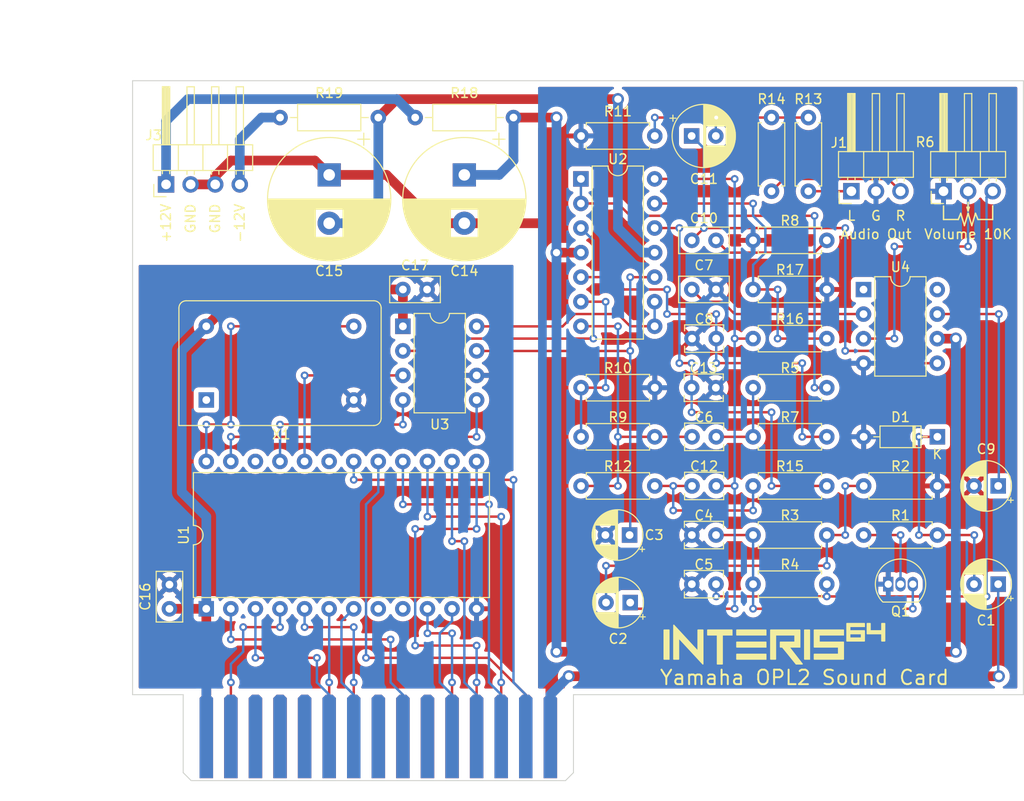
<source format=kicad_pcb>
(kicad_pcb (version 20221018) (generator pcbnew)
  (title_block (comment 4 "PCBWay Project ID: 31926263-18fa-42f9-b75c-d08b5f8aa7f8"))
  (layers (0 "F.Cu" signal) (31 "B.Cu" signal) (34 "B.Paste" user) (35 "F.Paste" user) (36 "B.SilkS" user "B.Silkscreen") (37 "F.SilkS" user "F.Silkscreen") (38 "B.Mask" user) (39 "F.Mask" user) (44 "Edge.Cuts" user))
  (net 0 "")
  (net 1 "+5V")
  (net 2 "Net-(D1-K)")
  (net 3 "Net-(U2C-+)")
  (net 4 "Net-(Q1-C)")
  (net 5 "Net-(U4--)")
  (net 6 "Net-(U2B-+)")
  (net 7 "Net-(C5-Pad1)")
  (net 8 "Net-(U4-BYPASS)")
  (net 9 "Net-(U2D-+)")
  (net 10 "A0")
  (net 11 "GND")
  (net 12 "~{RD}")
  (net 13 "~{WR}")
  (net 14 "D0")
  (net 15 "D2")
  (net 16 "D4")
  (net 17 "D6")
  (net 18 "~{RESET}")
  (net 19 "~{SLOT}")
  (net 20 "~{IRQ}")
  (net 21 "D1")
  (net 22 "D3")
  (net 23 "D5")
  (net 24 "D7")
  (net 25 "Net-(J1-Pin_1)")
  (net 26 "Net-(J1-Pin_3)")
  (net 27 "Net-(Q1-B)")
  (net 28 "Net-(U2A--)")
  (net 29 "Net-(U4-+)")
  (net 30 "Net-(U2B--)")
  (net 31 "Net-(U2D--)")
  (net 34 "+12VA")
  (net 36 "Net-(U1-SH)")
  (net 37 "Net-(C6-Pad2)")
  (net 38 "Net-(U1-MO)")
  (net 40 "Net-(U1-øSY)")
  (net 41 "Net-(U1-øM)")
  (net 42 "PRE_AMP")
  (net 43 "Net-(C2-Pad2)")
  (net 44 "Net-(U2A-+)")
  (net 45 "Net-(C6-Pad1)")
  (net 46 "Net-(U2C--)")
  (net 48 "Net-(C10-Pad1)")
  (net 49 "Net-(C10-Pad2)")
  (net 50 "Net-(C11-Pad2)")
  (net 51 "Net-(C12-Pad1)")
  (net 54 "/-12V")
  (net 55 "/+12V_IN")
  (net 56 "/-12V_IN")
  (net 57 "GNDA")
  (net 58 "+5VA")
  (footprint "Connector_PinHeader_2.54mm:PinHeader_1x03_P2.54mm_Horizontal" (layer "F.Cu") (at 149.86 83.82 90)
    (fp_text reference "J1")
    (fp_text value "Conn_01x03")
  )
  (footprint "Resistor_THT:R_Axial_DIN0207_L6.3mm_D2.5mm_P7.62mm_Horizontal" (layer "F.Cu") (at 147.32 88.9 180)
    (fp_text reference "R8")
    (fp_text value "10Ω")
  )
  (footprint "Connector_PCBEdge:BUS_Interis" (layer "F.Cu") (at 100.965 135.89)
    (fp_text reference "J2" hide)
    (fp_text value "Edge Connector")
    (fp_line (start -20.1676 0) (end -25.4 0) (stroke (width 0.1)) (layer "Edge.Cuts"))
    (fp_line (start -20.1676 8.0645) (end -20.1676 0) (stroke (width 0.1)) (layer "Edge.Cuts"))
    (fp_line (start -20.1676 8.0645) (end -19.3421 8.89) (stroke (width 0.1)) (layer "Edge.Cuts"))
    (fp_line (start -19.3421 8.89) (end 19.3421 8.89) (stroke (width 0.1)) (layer "Edge.Cuts"))
    (fp_line (start 20.1676 0) (end 20.32 0) (stroke (width 0.1)) (layer "Edge.Cuts"))
    (fp_line (start 20.1676 8.0645) (end 19.3421 8.89) (stroke (width 0.1)) (layer "Edge.Cuts"))
    (fp_line (start 20.1676 8.0645) (end 20.1676 0) (stroke (width 0.1)) (layer "Edge.Cuts"))
  )
  (footprint "Resistor_THT:R_Axial_DIN0207_L6.3mm_D2.5mm_P7.62mm_Horizontal" (layer "F.Cu") (at 141.605 83.82 90)
    (fp_text reference "R14")
    (fp_text value "10Ω")
  )
  (footprint "Capacitor_THT:C_Disc_D3.8mm_W2.6mm_P2.50mm" (layer "F.Cu") (at 133.39 114.3)
    (fp_text reference "C12")
    (fp_text value "4700pF")
  )
  (footprint "Resistor_THT:R_Axial_DIN0207_L6.3mm_D2.5mm_P7.62mm_Horizontal" (layer "F.Cu") (at 121.92 114.3)
    (fp_text reference "R12")
    (fp_text value "2k2")
  )
  (footprint "Package_TO_SOT_THT:TO-92_Inline" (layer "F.Cu") (at 153.67 124.46)
    (fp_text reference "Q1")
    (fp_text value "2N3904")
  )
  (footprint "Capacitor_THT:C_Disc_D3.8mm_W2.6mm_P2.50mm" (layer "F.Cu") (at 135.89 109.22 180)
    (fp_text reference "C6")
    (fp_text value "4700pF")
  )
  (footprint "Diode_THT:D_DO-35_SOD27_P7.62mm_Horizontal" (layer "F.Cu") (at 158.75 109.22 180)
    (fp_text reference "D1")
    (fp_text value "1N4148")
  )
  (footprint "Resistor_THT:R_Axial_DIN0207_L6.3mm_D2.5mm_P7.62mm_Horizontal" (layer "F.Cu") (at 145.415 83.82 90)
    (fp_text reference "R13")
    (fp_text value "10Ω")
  )
  (footprint "Resistor_THT:R_Axial_DIN0207_L6.3mm_D2.5mm_P7.62mm_Horizontal" (layer "F.Cu") (at 139.7 114.3)
    (fp_text reference "R15")
    (fp_text value "2k2")
  )
  (footprint "Oscillator:Oscillator_DIP-14" (layer "F.Cu") (at 83.185 105.41)
    (fp_text reference "X1")
    (fp_text value "TCXO-14")
  )
  (footprint "Package_DIP:DIP-14_W7.62mm" (layer "F.Cu") (at 121.905 82.545)
    (fp_text reference "U2")
    (fp_text value "TL074")
  )
  (footprint "Capacitor_THT:C_Disc_D3.8mm_W2.6mm_P2.50mm" (layer "F.Cu") (at 133.37 119.38)
    (fp_text reference "C4")
    (fp_text value "1000pF")
  )
  (footprint "Resistor_THT:R_Axial_DIN0207_L6.3mm_D2.5mm_P7.62mm_Horizontal" (layer "F.Cu") (at 158.75 119.38 180)
    (fp_text reference "R1")
    (fp_text value "2k2")
  )
  (footprint "Resistor_THT:R_Axial_DIN0207_L6.3mm_D2.5mm_P7.62mm_Horizontal" (layer "F.Cu") (at 129.54 109.22 180)
    (fp_text reference "R9")
    (fp_text value "12k")
  )
  (footprint "Capacitor_THT:C_Disc_D5.0mm_W2.5mm_P2.50mm" (layer "F.Cu") (at 79.375 127.005 90)
    (fp_text reference "C16")
    (fp_text value "0.1µF")
  )
  (footprint "Resistor_THT:R_Axial_DIN0207_L6.3mm_D2.5mm_P7.62mm_Horizontal" (layer "F.Cu") (at 121.92 104.14)
    (fp_text reference "R10")
    (fp_text value "10k")
  )
  (footprint "Resistor_THT:R_Axial_DIN0207_L6.3mm_D2.5mm_P7.62mm_Horizontal" (layer "F.Cu") (at 147.32 119.38 180)
    (fp_text reference "R3")
    (fp_text value "2k2")
  )
  (footprint "Capacitor_THT:CP_Radial_D5.0mm_P2.50mm" (layer "F.Cu") (at 165.035113 124.46 180)
    (fp_text reference "C1")
    (fp_text value "10µF")
  )
  (footprint "Capacitor_THT:C_Disc_D3.8mm_W2.6mm_P2.50mm" (layer "F.Cu") (at 133.35 104.14)
    (fp_text reference "C13")
    (fp_text value "4700pF")
  )
  (footprint "Resistor_THT:R_Axial_DIN0207_L6.3mm_D2.5mm_P7.62mm_Horizontal" (layer "F.Cu") (at 139.7 109.22)
    (fp_text reference "R7")
    (fp_text value "2k2")
  )
  (footprint "Package_DIP:DIP-8_W7.62mm" (layer "F.Cu") (at 103.505 97.79)
    (fp_text reference "U3")
    (fp_text value "YM3014B")
  )
  (footprint "Resistor_THT:R_Axial_DIN0207_L6.3mm_D2.5mm_P7.62mm_Horizontal" (layer "F.Cu") (at 151.13 114.3)
    (fp_text reference "R2")
    (fp_text value "10k")
  )
  (footprint "Capacitor_THT:CP_Radial_D6.3mm_P2.50mm" (layer "F.Cu") (at 133.35 78.105)
    (fp_text reference "C11")
    (fp_text value "220µF 16V")
  )
  (footprint "Resistor_THT:R_Axial_DIN0207_L6.3mm_D2.5mm_P7.62mm_Horizontal" (layer "F.Cu") (at 139.7 99.06)
    (fp_text reference "R16")
    (fp_text value "1k5")
  )
  (footprint "Resistor_THT:R_Axial_DIN0207_L6.3mm_D2.5mm_P10.16mm_Horizontal" (layer "F.Cu") (at 90.805 76.2)
    (fp_text reference "R19")
    (fp_text value "100")
  )
  (footprint "Capacitor_THT:CP_Radial_D5.0mm_P2.50mm" (layer "F.Cu") (at 165.035113 114.3 180)
    (fp_text reference "C9")
    (fp_text value "10µF")
  )
  (footprint "Capacitor_THT:C_Disc_D3.8mm_W2.6mm_P2.50mm" (layer "F.Cu") (at 135.87 124.46 180)
    (fp_text reference "C5")
    (fp_text value "270pF")
  )
  (footprint "Capacitor_THT:C_Disc_D5.0mm_W2.5mm_P2.50mm" (layer "F.Cu") (at 133.37 93.98)
    (fp_text reference "C7")
    (fp_text value "0.1µF")
  )
  (footprint "Resistor_THT:R_Axial_DIN0207_L6.3mm_D2.5mm_P7.62mm_Horizontal" (layer "F.Cu") (at 129.54 78.105 180)
    (fp_text reference "R11")
    (fp_text value "10k")
  )
  (footprint "Capacitor_THT:CP_Radial_D5.0mm_P2.50mm" (layer "F.Cu") (at 126.935113 119.38 180)
    (fp_text reference "C3")
    (fp_text value "10µF")
  )
  (footprint "Package_DIP:DIP-24_W15.24mm" (layer "F.Cu") (at 83.18 127.005 90)
    (fp_text reference "U1")
    (fp_text value "YM3812")
  )
  (footprint "Package_DIP:DIP-8_W7.62mm" (layer "F.Cu") (at 151.115 93.99)
    (fp_text reference "U4")
    (fp_text value "LM386")
  )
  (footprint "Capacitor_THT:CP_Radial_D5.0mm_P2.50mm" (layer "F.Cu") (at 127 126.365 180)
    (fp_text reference "C2")
    (fp_text value "4.7µF")
  )
  (footprint "Capacitor_THT:CP_Radial_D12.5mm_P5.00mm" (layer "F.Cu") (at 95.885 82.131041 -90)
    (fp_text reference "C15")
    (fp_text value "470µF")
  )
  (footprint "Capacitor_THT:C_Disc_D3.8mm_W2.6mm_P2.50mm" (layer "F.Cu") (at 135.89 99.06 180)
    (fp_text reference "C8")
    (fp_text value "4700pF")
  )
  (footprint "Capacitor_THT:C_Disc_D5.0mm_W2.5mm_P2.50mm" (layer "F.Cu") (at 133.37 88.9)
    (fp_text reference "C10")
    (fp_text value "0.047µF")
  )
  (footprint "Resistor_THT:R_Axial_DIN0207_L6.3mm_D2.5mm_P7.62mm_Horizontal" (layer "F.Cu") (at 147.32 124.46 180)
    (fp_text reference "R4")
    (fp_text value "8k2")
  )
  (footprint "Capacitor_THT:C_Disc_D5.0mm_W2.5mm_P2.50mm" (layer "F.Cu") (at 103.505 93.98)
    (fp_text reference "C17")
    (fp_text value "0.1µF")
  )
  (footprint "Resistor_THT:R_Axial_DIN0207_L6.3mm_D2.5mm_P7.62mm_Horizontal" (layer "F.Cu") (at 147.32 104.14 180)
    (fp_text reference "R5")
    (fp_text value "2k2")
  )
  (footprint "Connector_PinHeader_2.54mm:PinHeader_1x03_P2.54mm_Horizontal" (layer "F.Cu") (at 159.385 83.82 90)
    (fp_text reference "R6")
    (fp_text value "10k")
  )
  (footprint "Resistor_THT:R_Axial_DIN0207_L6.3mm_D2.5mm_P7.62mm_Horizontal" (layer "F.Cu") (at 139.7 93.98)
    (fp_text reference "R17")
    (fp_text value "10k")
  )
  (footprint "Capacitor_THT:CP_Radial_D12.5mm_P5.00mm" (layer "F.Cu") (at 109.855 82.131041 -90)
    (fp_text reference "C14")
    (fp_text value "470µF")
  )
  (footprint "Resistor_THT:R_Axial_DIN0207_L6.3mm_D2.5mm_P10.16mm_Horizontal" (layer "F.Cu") (at 104.775 76.2)
    (fp_text reference "R18")
    (fp_text value "100")
  )
  (footprint "Connector_PinHeader_2.54mm:PinHeader_1x04_P2.54mm_Horizontal" (layer "F.Cu") (at 79.025 83.115 90)
    (fp_text reference "J3")
    (fp_text value "AUX_12V")
  )
  (gr_poly (pts (xy 141.022588 130.960733) (xy 138.016739 130.960733) (xy 138.016739 130.458049) (xy 141.022588 130.458049)) (stroke (width 0.127)) (fill solid) (layer "F.SilkS"))
  (gr_poly (pts (xy 141.022588 129.709151) (xy 138.016739 129.709151) (xy 138.016739 129.206466) (xy 141.022588 129.206466)) (stroke (width 0.127)) (fill solid) (layer "F.SilkS"))
  (gr_poly (pts (xy 145.532189 132.212315) (xy 145.029505 132.212315) (xy 145.029505 129.206466) (xy 145.532189 129.206466)) (stroke (width 0.127)) (fill solid) (layer "F.SilkS"))
  (gr_poly (pts (xy 131.005619 132.212315) (xy 130.502935 132.212315) (xy 130.502935 129.206466) (xy 131.005619 129.206466)) (stroke (width 0.127)) (fill solid) (layer "F.SilkS"))
  (gr_line (start 161.925 84.963) (end 161.925 85.852) (stroke (width 0.15)) (layer "F.SilkS"))
  (gr_poly (pts (xy 134.007567 131.412124) (xy 134.007567 129.206466) (xy 134.510252 129.206466) (xy 134.510252 132.715) (xy 132.001958 130.006658) (xy 132.001958 132.212315) (xy 131.504403 132.212315) (xy 131.504403 128.703782)) (stroke (width 0.127)) (fill solid) (layer "F.SilkS"))
  (gr_line (start 164.465 86.741) (end 164.465 85.344) (stroke (width 0.15)) (layer "F.SilkS"))
  (gr_line (start 161.925 86.106) (end 161.544 87.376) (stroke (width 0.15)) (layer "F.SilkS"))
  (gr_line (start 161.925 85.852) (end 161.798 85.471) (stroke (width 0.15)) (layer "F.SilkS"))
  (gr_line (start 160.909 86.741) (end 159.385 86.741) (stroke (width 0.15)) (layer "F.SilkS"))
  (gr_poly (pts (xy 144.528658 130.960733) (xy 143.41557 130.960733) (xy 144.78 132.715) (xy 144.154209 132.715) (xy 142.733356 130.960733) (xy 142.52305 130.960733) (xy 142.52305 130.458049) (xy 144.025973 130.458049) (xy 144.025973 129.709151) (xy 142.020364 129.709151) (xy 142.020364 132.212315) (xy 141.522809 132.212315) (xy 141.522809 129.206466) (xy 144.528658 129.206466)) (stroke (width 0.127)) (fill solid) (layer "F.SilkS"))
  (gr_poly (pts (xy 151.799781 129.281864) (xy 153.003147 129.281864) (xy 153.003147 128.530915) (xy 153.304759 128.530915) (xy 153.304759 130.334425) (xy 153.003147 130.334425) (xy 153.003147 129.583475) (xy 151.501248 129.583475) (xy 151.501248 128.530915) (xy 151.799781 128.530915)) (stroke (width 0.127)) (fill solid) (layer "F.SilkS"))
  (gr_line (start 161.163 86.106) (end 160.909 86.741) (stroke (width 0.15)) (layer "F.SilkS"))
  (gr_line (start 161.925 86.106) (end 162.306 87.376) (stroke (width 0.15)) (layer "F.SilkS"))
  (gr_line (start 162.687 86.106) (end 162.941 86.741) (stroke (width 0.15)) (layer "F.SilkS"))
  (gr_line (start 162.941 86.741) (end 164.465 86.741) (stroke (width 0.15)) (layer "F.SilkS"))
  (gr_line (start 159.385 85.344) (end 159.385 86.741) (stroke (width 0.15)) (layer "F.SilkS"))
  (gr_poly (pts (xy 137.514262 129.709151) (xy 136.514023 129.709151) (xy 136.514023 132.715) (xy 136.011338 132.715) (xy 136.011338 129.709151) (xy 135.011098 129.709151) (xy 135.011098 129.206466) (xy 137.514262 129.206466)) (stroke (width 0.127)) (fill solid) (layer "F.SilkS"))
  (gr_poly (pts (xy 149.036817 129.709151) (xy 146.528523 129.709151) (xy 146.528523 130.458049) (xy 149.036817 130.458049) (xy 149.036817 132.212315) (xy 146.030968 132.212315) (xy 146.030968 131.709631) (xy 148.534131 131.709631) (xy 148.534131 130.960733) (xy 146.030968 130.960733) (xy 146.030968 129.206466) (xy 149.036817 129.206466)) (stroke (width 0.127)) (fill solid) (layer "F.SilkS"))
  (gr_line (start 162.306 87.376) (end 162.687 86.106) (stroke (width 0.15)) (layer "F.SilkS"))
  (gr_line (start 161.544 87.376) (end 161.163 86.106) (stroke (width 0.15)) (layer "F.SilkS"))
  (gr_line (start 161.925 85.852) (end 162.052 85.471) (stroke (width 0.15)) (layer "F.SilkS"))
  (gr_poly (pts (xy 151.200877 128.832526) (xy 149.695899 128.832526) (xy 149.695899 129.281864) (xy 151.200877 129.281864) (xy 151.200877 130.334425) (xy 149.397367 130.334425) (xy 149.397367 130.032814) (xy 149.695899 130.032814) (xy 150.899267 130.032814) (xy 150.899267 129.583475) (xy 149.695899 129.583475) (xy 149.695899 130.032814) (xy 149.397367 130.032814) (xy 149.397367 128.530915) (xy 151.200877 128.530915)) (stroke (width 0.127)) (fill solid) (layer "F.SilkS"))
  (gr_poly (pts (xy 141.022588 132.212315) (xy 138.016739 132.212315) (xy 138.016739 131.709631) (xy 141.022588 131.709631)) (stroke (width 0.127)) (fill solid) (layer "F.SilkS"))
  (gr_line (start 167.64 135.89) (end 121.285 135.89) (stroke (width 0.1)) (layer "Edge.Cuts"))
  (gr_line (start 167.64 72.39) (end 167.64 135.89) (stroke (width 0.1)) (layer "Edge.Cuts"))
  (gr_line (start 75.565 135.89) (end 75.565 72.39) (stroke (width 0.1)) (layer "Edge.Cuts"))
  (gr_line (start 75.565 72.39) (end 167.64 72.39) (stroke (width 0.1)) (layer "Edge.Cuts"))
  (gr_text "+12V" (at 79.015 85.02 90) (layer "F.SilkS") (effects (font (size 1 1)) (justify right)))
  (gr_text "Yamaha OPL2 Sound Card" (at 129.955364 134.117315) (layer "F.SilkS") (effects (font (size 1.5 1.5) (thickness 0.2)) (justify left)))
  (gr_text "Volume 10K" (at 161.925 88.265) (layer "F.SilkS") (effects (font (size 1 1))))
  (gr_text "Audio Out" (at 152.4 88.265) (layer "F.SilkS") (effects (font (size 1 1))))
  (gr_text "GND" (at 81.555 85.02 90) (layer "F.SilkS") (effects (font (size 1 1)) (justify right)))
  (gr_text "R" (at 154.94 86.36) (layer "F.SilkS") (effects (font (size 1 1))))
  (gr_text "L" (at 149.86 86.36) (layer "F.SilkS") (effects (font (size 1 1))))
  (gr_text "G" (at 152.4 86.36) (layer "F.SilkS") (effects (font (size 1 1))))
  (gr_text "-12V" (at 86.635 85.02 90) (layer "F.SilkS") (effects (font (size 1 1)) (justify right)))
  (gr_text "GND" (at 84.095 85.02 90) (layer "F.SilkS") (effects (font (size 1 1)) (justify right)))
  (segment (start 83.185 130.81) (end 83.185 127.01) (width 1) (layer "F.Cu") (net 1))
  (segment (start 103.505 93.98) (end 103.505 97.79) (width 1) (layer "F.Cu") (net 1))
  (segment (start 83.185 97.79) (end 86.995 93.98) (width 1) (layer "F.Cu") (net 1))
  (segment (start 83.185 135.89) (end 83.185 130.81) (width 1) (layer "F.Cu") (net 1))
  (segment (start 86.995 93.98) (end 103.505 93.98) (width 1) (layer "F.Cu") (net 1))
  (segment (start 83.185 127.01) (end 83.18 127.005) (width 1) (layer "F.Cu") (net 1))
  (segment (start 83.18 127.005) (end 79.375 127.005) (width 1) (layer "F.Cu") (net 1))
  (segment (start 80.645 100.33) (end 83.185 97.79) (width 1) (layer "B.Cu") (net 1))
  (segment (start 83.185 127) (end 83.185 117.475) (width 1) (layer "B.Cu") (net 1))
  (segment (start 83.18 127.005) (end 83.185 127) (width 1) (layer "B.Cu") (net 1))
  (segment (start 80.645 114.935) (end 80.645 100.33) (width 1) (layer "B.Cu") (net 1))
  (segment (start 83.185 117.475) (end 80.645 114.935) (width 1) (layer "B.Cu") (net 1))
  (segment (start 158.75 109.22) (end 156.845 109.22) (width 0.25) (layer "F.Cu") (net 2))
  (segment (start 156.845 119.38) (end 158.75 119.38) (width 0.25) (layer "F.Cu") (net 2))
  (segment (start 162.56 119.38) (end 158.75 119.38) (width 0.25) (layer "F.Cu") (net 2))
  (via (at 162.56 119.38) (size 0.8) (drill 0.4) (layers "F.Cu" "B.Cu") (net 2))
  (via (at 156.845 119.38) (size 0.8) (drill 0.4) (layers "F.Cu" "B.Cu") (net 2))
  (via (at 156.845 109.22) (size 0.8) (drill 0.4) (layers "F.Cu" "B.Cu") (net 2))
  (segment (start 156.845 109.22) (end 156.845 119.38) (width 0.25) (layer "B.Cu") (net 2))
  (segment (start 162.56 119.38) (end 162.56 124.435113) (width 0.25) (layer "B.Cu") (net 2))
  (segment (start 162.56 124.435113) (end 162.535113 124.46) (width 0.25) (layer "B.Cu") (net 2))
  (segment (start 127 92.71) (end 129.52 92.71) (width 0.25) (layer "F.Cu") (net 3))
  (segment (start 111.135 100.34) (end 126.99 100.34) (width 0.25) (layer "F.Cu") (net 3))
  (segment (start 126.99 100.34) (end 127 100.33) (width 0.25) (layer "F.Cu") (net 3))
  (via (at 127 92.71) (size 0.8) (drill 0.4) (layers "F.Cu" "B.Cu") (net 3))
  (via (at 127 100.33) (size 0.8) (drill 0.4) (layers "F.Cu" "B.Cu") (net 3))
  (segment (start 127 100.33) (end 127 118.680113) (width 0.25) (layer "B.Cu") (net 3))
  (segment (start 127 100.33) (end 127 92.71) (width 0.25) (layer "B.Cu") (net 3))
  (segment (start 127 118.680113) (end 126.935113 118.745) (width 0.25) (layer "B.Cu") (net 3))
  (segment (start 156.21 127) (end 139.7 127) (width 0.25) (layer "F.Cu") (net 4))
  (segment (start 135.87 119.38) (end 139.7 119.38) (width 0.25) (layer "F.Cu") (net 4))
  (via (at 139.7 127) (size 0.8) (drill 0.4) (layers "F.Cu" "B.Cu") (net 4))
  (via (at 156.21 127) (size 0.8) (drill 0.4) (layers "F.Cu" "B.Cu") (net 4))
  (segment (start 139.7 127) (end 139.7 119.38) (width 0.25) (layer "B.Cu") (net 4))
  (segment (start 156.21 127) (end 156.21 123.825) (width 0.25) (layer "B.Cu") (net 4))
  (segment (start 143.51 96.52) (end 151.105 96.52) (width 0.25) (layer "F.Cu") (net 5))
  (segment (start 133.37 94) (end 133.37 93.98) (width 0.25) (layer "F.Cu") (net 5))
  (segment (start 136.525 95.25) (end 134.62 95.25) (width 0.25) (layer "F.Cu") (net 5))
  (segment (start 137.795 96.52) (end 136.525 95.25) (width 0.25) (layer "F.Cu") (net 5))
  (segment (start 134.62 95.25) (end 133.37 94) (width 0.25) (layer "F.Cu") (net 5))
  (segment (start 143.51 96.52) (end 137.795 96.52) (width 0.25) (layer "F.Cu") (net 5))
  (segment (start 144.78 109.22) (end 147.32 109.22) (width 0.25) (layer "F.Cu") (net 6))
  (segment (start 126.365 93.98) (end 130.81 93.98) (width 0.25) (layer "F.Cu") (net 6))
  (segment (start 121.905 92.705) (end 125.09 92.705) (width 0.25) (layer "F.Cu") (net 6))
  (segment (start 125.095 92.71) (end 126.365 93.98) (width 0.25) (layer "F.Cu") (net 6))
  (segment (start 135.89 101.6) (end 144.78 101.6) (width 0.25) (layer "F.Cu") (net 6))
  (segment (start 130.81 96.52) (end 135.89 96.52) (width 0.25) (layer "F.Cu") (net 6))
  (segment (start 125.09 92.705) (end 125.095 92.71) (width 0.25) (layer "F.Cu") (net 6))
  (via (at 135.89 96.52) (size 0.8) (drill 0.4) (layers "F.Cu" "B.Cu") (net 6))
  (via (at 144.78 109.22) (size 0.8) (drill 0.4) (layers "F.Cu" "B.Cu") (net 6))
  (via (at 135.89 101.6) (size 0.8) (drill 0.4) (layers "F.Cu" "B.Cu") (net 6))
  (via (at 144.78 101.6) (size 0.8) (drill 0.4) (layers "F.Cu" "B.Cu") (net 6))
  (via (at 130.81 93.98) (size 0.8) (drill 0.4) (layers "F.Cu" "B.Cu") (net 6))
  (via (at 130.81 96.52) (size 0.8) (drill 0.4) (layers "F.Cu" "B.Cu") (net 6))
  (segment (start 130.81 93.98) (end 130.81 96.52) (width 0.25) (layer "B.Cu") (net 6))
  (segment (start 144.78 101.6) (end 144.78 109.22) (width 0.25) (layer "B.Cu") (net 6))
  (segment (start 135.89 96.52) (end 135.89 99.06) (width 0.25) (layer "B.Cu") (net 6))
  (segment (start 135.89 99.06) (end 135.89 101.6) (width 0.25) (layer "B.Cu") (net 6))
  (segment (start 147.32 125.73) (end 135.89 125.73) (width 0.25) (layer "F.Cu") (net 7))
  (segment (start 163.83 125.73) (end 147.32 125.73) (width 0.25) (layer "F.Cu") (net 7))
  (via (at 135.89 125.73) (size 0.8) (drill 0.4) (layers "F.Cu" "B.Cu") (net 7))
  (via (at 163.83 125.73) (size 0.8) (drill 0.4) (layers "F.Cu" "B.Cu") (net 7))
  (via (at 147.32 125.73) (size 0.8) (drill 0.4) (layers "F.Cu" "B.Cu") (net 7))
  (segment (start 163.83 84.455) (end 163.83 125.73) (width 0.25) (layer "B.Cu") (net 7))
  (segment (start 164.465 83.82) (end 163.83 84.455) (width 0.25) (layer "B.Cu") (net 7))
  (segment (start 135.89 125.73) (end 135.87 125.71) (width 0.25) (layer "B.Cu") (net 7))
  (segment (start 147.32 125.73) (end 147.32 123.825) (width 0.25) (layer "B.Cu") (net 7))
  (segment (start 135.87 125.71) (end 135.87 123.825) (width 0.25) (layer "B.Cu") (net 7))
  (segment (start 158.745 96.52) (end 158.735 96.53) (width 0.25) (layer "F.Cu") (net 8))
  (segment (start 165.1 96.52) (end 158.745 96.52) (width 0.25) (layer "F.Cu") (net 8))
  (via (at 165.1 96.52) (size 0.8) (drill 0.4) (layers "F.Cu" "B.Cu") (net 8))
  (segment (start 165.1 96.52) (end 165.1 114.235113) (width 0.25) (layer "B.Cu") (net 8))
  (segment (start 165.1 114.235113) (end 165.035113 114.3) (width 0.25) (layer "B.Cu") (net 8))
  (segment (start 129.525 87.625) (end 132.075 87.625) (width 0.25) (layer "F.Cu") (net 9))
  (segment (start 133.35 106.68) (end 141.605 106.68) (width 0.25) (layer "F.Cu") (net 9))
  (segment (start 141.605 114.3) (end 147.32 114.3) (width 0.25) (layer "F.Cu") (net 9))
  (segment (start 133.35 101.6) (end 132.08 101.6) (width 0.25) (layer "F.Cu") (net 9))
  (via (at 133.35 101.6) (size 0.8) (drill 0.4) (layers "F.Cu" "B.Cu") (net 9))
  (via (at 141.605 114.3) (size 0.8) (drill 0.4) (layers "F.Cu" "B.Cu") (net 9))
  (via (at 141.605 106.68) (size 0.8) (drill 0.4) (layers "F.Cu" "B.Cu") (net 9))
  (via (at 132.075 87.625) (size 0.8) (drill 0.4) (layers "F.Cu" "B.Cu") (net 9))
  (via (at 133.35 106.68) (size 0.8) (drill 0.4) (layers "F.Cu" "B.Cu") (net 9))
  (via (at 132.08 101.6) (size 0.8) (drill 0.4) (layers "F.Cu" "B.Cu") (net 9))
  (segment (start 132.08 87.63) (end 132.075 87.625) (width 0.25) (layer "B.Cu") (net 9))
  (segment (start 132.08 101.6) (end 132.08 87.63) (width 0.25) (layer "B.Cu") (net 9))
  (segment (start 133.35 101.6) (end 133.35 104.12) (width 0.25) (layer "B.Cu") (net 9))
  (segment (start 133.35 104.14) (end 133.35 106.68) (width 0.25) (layer "B.Cu") (net 9))
  (segment (start 141.605 106.68) (end 141.605 114.3) (width 0.25) (layer "B.Cu") (net 9))
  (segment (start 85.725 135.89) (end 85.725 134.62) (width 0.25) (layer "F.Cu") (net 10))
  (segment (start 90.805 128.905) (end 86.995 128.905) (width 0.25) (layer "F.Cu") (net 10))
  (via (at 86.995 128.905) (size 0.8) (drill 0.4) (layers "F.Cu" "B.Cu") (net 10))
  (via (at 85.725 134.62) (size 0.8) (drill 0.4) (layers "F.Cu" "B.Cu") (net 10))
  (via (at 90.805 128.905) (size 0.8) (drill 0.4) (layers "F.Cu" "B.Cu") (net 10))
  (segment (start 90.8 127.005) (end 90.805 127.01) (width 0.25) (layer "B.Cu") (net 10))
  (segment (start 85.725 132.715) (end 85.725 134.62) (width 0.25) (layer "B.Cu") (net 10))
  (segment (start 86.995 131.445) (end 85.725 132.715) (width 0.25) (layer "B.Cu") (net 10))
  (segment (start 86.995 128.905) (end 86.995 131.445) (width 0.25) (layer "B.Cu") (net 10))
  (segment (start 90.805 127.01) (end 90.805 128.905) (width 0.25) (layer "B.Cu") (net 10))
  (segment (start 83.185 135.89) (end 83.185 133.985) (width 1) (layer "B.Cu") (net 11))
  (segment (start 95.885 135.89) (end 95.885 134.62) (width 0.25) (layer "F.Cu") (net 12))
  (via (at 95.885 134.62) (size 0.8) (drill 0.4) (layers "F.Cu" "B.Cu") (net 12))
  (segment (start 95.88 127.005) (end 95.885 127.01) (width 0.25) (layer "B.Cu") (net 12))
  (segment (start 95.885 127.01) (end 95.885 134.62) (width 0.25) (layer "B.Cu") (net 12))
  (segment (start 98.425 135.89) (end 98.425 134.62) (width 0.25) (layer "F.Cu") (net 13))
  (segment (start 93.345 128.905) (end 98.425 128.905) (width 0.25) (layer "F.Cu") (net 13))
  (via (at 98.425 128.905) (size 0.8) (drill 0.4) (layers "F.Cu" "B.Cu") (net 13))
  (via (at 98.425 134.62) (size 0.8) (drill 0.4) (layers "F.Cu" "B.Cu") (net 13))
  (via (at 93.345 128.905) (size 0.8) (drill 0.4) (layers "F.Cu" "B.Cu") (net 13))
  (segment (start 93.345 127.01) (end 93.34 127.005) (width 0.25) (layer "B.Cu") (net 13))
  (segment (start 93.345 128.905) (end 93.345 127.01) (width 0.25) (layer "B.Cu") (net 13))
  (segment (start 98.425 134.62) (end 98.425 128.905) (width 0.25) (layer "B.Cu") (net 13))
  (segment (start 108.585 129.54) (end 106.045 129.54) (width 0.25) (layer "F.Cu") (net 14))
  (segment (start 108.585 135.89) (end 108.585 134.62) (width 0.25) (layer "F.Cu") (net 14))
  (via (at 108.585 134.62) (size 0.8) (drill 0.4) (layers "F.Cu" "B.Cu") (net 14))
  (via (at 108.585 129.54) (size 0.8) (drill 0.4) (layers "F.Cu" "B.Cu") (net 14))
  (via (at 106.045 129.54) (size 0.8) (drill 0.4) (layers "F.Cu" "B.Cu") (net 14))
  (segment (start 106.045 127.01) (end 106.04 127.005) (width 0.25) (layer "B.Cu") (net 14))
  (segment (start 106.045 129.54) (end 106.045 127.01) (width 0.25) (layer "B.Cu") (net 14))
  (segment (start 108.585 134.62) (end 108.585 129.54) (width 0.25) (layer "B.Cu") (net 14))
  (segment (start 111.125 135.89) (end 111.125 134.62) (width 0.25) (layer "F.Cu") (net 15))
  (segment (start 111.125 130.81) (end 104.775 130.81) (width 0.25) (layer "F.Cu") (net 15))
  (segment (start 111.125 118.745) (end 104.775 118.745) (width 0.25) (layer "F.Cu") (net 15))
  (via (at 104.775 130.81) (size 0.8) (drill 0.4) (layers "F.Cu" "B.Cu") (net 15))
  (via (at 104.775 118.745) (size 0.8) (drill 0.4) (layers "F.Cu" "B.Cu") (net 15))
  (via (at 111.125 118.745) (size 0.8) (drill 0.4) (layers "F.Cu" "B.Cu") (net 15))
  (via (at 111.125 134.62) (size 0.8) (drill 0.4) (layers "F.Cu" "B.Cu") (net 15))
  (via (at 111.125 130.81) (size 0.8) (drill 0.4) (layers "F.Cu" "B.Cu") (net 15))
  (segment (start 111.125 134.62) (end 111.125 130.81) (width 0.25) (layer "B.Cu") (net 15))
  (segment (start 104.775 130.81) (end 104.775 118.745) (width 0.25) (layer "B.Cu") (net 15))
  (segment (start 111.125 111.77) (end 111.12 111.765) (width 0.25) (layer "B.Cu") (net 15))
  (segment (start 111.125 118.745) (end 111.125 111.77) (width 0.25) (layer "B.Cu") (net 15))
  (segment (start 113.665 117.475) (end 106.045 117.475) (width 0.25) (layer "F.Cu") (net 16))
  (segment (start 113.665 135.89) (end 113.665 134.62) (width 0.25) (layer "F.Cu") (net 16))
  (via (at 106.045 117.475) (size 0.8) (drill 0.4) (layers "F.Cu" "B.Cu") (net 16))
  (via (at 113.665 134.62) (size 0.8) (drill 0.4) (layers "F.Cu" "B.Cu") (net 16))
  (via (at 113.665 117.475) (size 0.8) (drill 0.4) (layers "F.Cu" "B.Cu") (net 16))
  (segment (start 106.045 117.475) (end 106.045 111.77) (width 0.25) (layer "B.Cu") (net 16))
  (segment (start 106.045 111.77) (end 106.04 111.765) (width 0.25) (layer "B.Cu") (net 16))
  (segment (start 113.665 134.62) (end 113.665 117.475) (width 0.25) (layer "B.Cu") (net 16))
  (segment (start 116.205 135.89) (end 112.395 132.08) (width 0.25) (layer "F.Cu") (net 17))
  (segment (start 112.395 132.08) (end 99.695 132.08) (width 0.25) (layer "F.Cu") (net 17))
  (via (at 99.695 132.08) (size 0.8) (drill 0.4) (layers "F.Cu" "B.Cu") (net 17))
  (segment (start 100.965 114.935) (end 100.965 111.77) (width 0.25) (layer "B.Cu") (net 17))
  (segment (start 99.695 116.205) (end 100.965 114.935) (width 0.25) (layer "B.Cu") (net 17))
  (segment (start 100.965 111.77) (end 100.96 111.765) (width 0.25) (layer "B.Cu") (net 17))
  (segment (start 99.695 132.08) (end 99.695 116.205) (width 0.25) (layer "B.Cu") (net 17))
  (segment (start 94.615 132.08) (end 88.265 132.08) (width 0.25) (layer "F.Cu") (net 18))
  (via (at 94.615 132.08) (size 0.8) (drill 0.4) (layers "F.Cu" "B.Cu") (net 18))
  (via (at 88.265 132.08) (size 0.8) (drill 0.4) (layers "F.Cu" "B.Cu") (net 18))
  (segment (start 88.26 127.005) (end 88.26 132.075) (width 0.25) (layer "B.Cu") (net 18))
  (segment (start 94.615 134.62) (end 94.615 132.08) (width 0.25) (layer "B.Cu") (net 18))
  (segment (start 95.885 135.89) (end 94.615 134.62) (width 0.25) (layer "B.Cu") (net 18))
  (segment (start 88.26 132.075) (end 88.265 132.08) (width 0.25) (layer "B.Cu") (net 18))
  (segment (start 98.425 135.89) (end 97.155 134.62) (width 0.25) (layer "B.Cu") (net 19))
  (segment (start 97.155 134.62) (end 97.155 128.27) (width 0.25) (layer "B.Cu") (net 19))
  (segment (start 97.155 128.27) (end 98.42 127.005) (width 0.25) (layer "B.Cu") (net 19))
  (segment (start 85.725 130.175) (end 102.235 130.175) (width 0.25) (layer "F.Cu") (net 20))
  (via (at 85.725 130.175) (size 0.8) (drill 0.4) (layers "F.Cu" "B.Cu") (net 20))
  (via (at 102.235 130.175) (size 0.8) (drill 0.4) (layers "F.Cu" "B.Cu") (net 20))
  (segment (start 85.725 127.01) (end 85.725 130.175) (width 0.25) (layer "B.Cu") (net 20))
  (segment (start 103.505 135.89) (end 102.235 134.62) (width 0.25) (layer "B.Cu") (net 20))
  (segment (start 102.235 134.62) (end 102.235 130.175) (width 0.25) (layer "B.Cu") (net 20))
  (segment (start 108.585 135.89) (end 107.315 134.62) (width 0.25) (layer "B.Cu") (net 21))
  (segment (start 107.315 134.62) (end 107.315 129.54) (width 0.25) (layer "B.Cu") (net 21))
  (segment (start 108.585 127.01) (end 108.58 127.005) (width 0.25) (layer "B.Cu") (net 21))
  (segment (start 108.585 128.27) (end 108.585 127.01) (width 0.25) (layer "B.Cu") (net 21))
  (segment (start 107.315 129.54) (end 108.585 128.27) (width 0.25) (layer "B.Cu") (net 21))
  (segment (start 108.585 120.015) (end 109.855 120.015) (width 0.25) (layer "F.Cu") (net 22))
  (via (at 109.855 120.015) (size 0.8) (drill 0.4) (layers "F.Cu" "B.Cu") (net 22))
  (via (at 108.585 120.015) (size 0.8) (drill 0.4) (layers "F.Cu" "B.Cu") (net 22))
  (segment (start 111.125 135.89) (end 109.855 134.62) (width 0.25) (layer "B.Cu") (net 22))
  (segment (start 108.58 111.765) (end 108.58 120.01) (width 0.25) (layer "B.Cu") (net 22))
  (segment (start 109.855 120.015) (end 109.855 134.62) (width 0.25) (layer "B.Cu") (net 22))
  (segment (start 108.58 120.01) (end 108.585 120.015) (width 0.25) (layer "B.Cu") (net 22))
  (segment (start 112.395 116.205) (end 103.505 116.205) (width 0.25) (layer "F.Cu") (net 23))
  (via (at 112.395 116.205) (size 0.8) (drill 0.4) (layers "F.Cu" "B.Cu") (net 23))
  (via (at 103.505 116.205) (size 0.8) (drill 0.4) (layers "F.Cu" "B.Cu") (net 23))
  (segment (start 103.505 116.205) (end 103.505 111.77) (width 0.25) (layer "B.Cu") (net 23))
  (segment (start 103.505 111.77) (end 103.5 111.765) (width 0.25) (layer "B.Cu") (net 23))
  (segment (start 112.395 134.62) (end 112.395 116.205) (width 0.25) (layer "B.Cu") (net 23))
  (segment (start 113.665 135.89) (end 112.395 134.62) (width 0.25) (layer "B.Cu") (net 23))
  (segment (start 114.935 113.665) (end 98.425 113.665) (width 0.25) (layer "F.Cu") (net 24))
  (via (at 98.425 113.665) (size 0.8) (drill 0.4) (layers "F.Cu" "B.Cu") (net 24))
  (via (at 114.935 113.665) (size 0.8) (drill 0.4) (layers "F.Cu" "B.Cu") (net 24))
  (segment (start 98.425 113.665) (end 98.425 111.77) (width 0.25) (layer "B.Cu") (net 24))
  (segment (start 116.205 135.89) (end 114.935 134.62) (width 0.25) (layer "B.Cu") (net 24))
  (segment (start 114.935 134.62) (end 114.935 113.665) (width 0.25) (layer "B.Cu") (net 24))
  (segment (start 98.425 111.77) (end 98.42 111.765) (width 0.25) (layer "B.Cu") (net 24))
  (segment (start 149.86 83.82) (end 145.415 83.82) (width 0.25) (layer "F.Cu") (net 25))
  (segment (start 154.94 83.82) (end 153.67 82.55) (width 0.25) (layer "F.Cu") (net 26))
  (segment (start 142.875 82.55) (end 141.605 83.82) (width 0.25) (layer "F.Cu") (net 26))
  (segment (start 153.67 82.55) (end 142.875 82.55) (width 0.25) (layer "F.Cu") (net 26))
  (segment (start 151.13 119.38) (end 154.94 119.38) (width 0.25) (layer "F.Cu") (net 27))
  (via (at 154.94 119.38) (size 0.8) (drill 0.4) (layers "F.Cu" "B.Cu") (net 27))
  (segment (start 154.94 119.38) (end 154.94 123.825) (width 0.25) (layer "B.Cu") (net 27))
  (segment (start 127 86.36) (end 125.725 85.085) (width 0.25) (layer "F.Cu") (net 28))
  (segment (start 146.05 104.14) (end 147.32 104.14) (width 0.25) (layer "F.Cu") (net 28))
  (segment (start 125.725 85.085) (end 121.905 85.085) (width 0.25) (layer "F.Cu") (net 28))
  (segment (start 146.05 86.36) (end 127 86.36) (width 0.25) (layer "F.Cu") (net 28))
  (via (at 146.05 86.36) (size 0.8) (drill 0.4) (layers "F.Cu" "B.Cu") (net 28))
  (via (at 146.05 104.14) (size 0.8) (drill 0.4) (layers "F.Cu" "B.Cu") (net 28))
  (segment (start 121.905 82.545) (end 121.905 85.085) (width 0.25) (layer "B.Cu") (net 28))
  (segment (start 146.05 86.36) (end 146.05 104.14) (width 0.25) (layer "B.Cu") (net 28))
  (segment (start 154.305 99.06) (end 151.125 99.06) (width 0.25) (layer "F.Cu") (net 29))
  (segment (start 151.125 99.06) (end 151.115 99.07) (width 0.25) (layer "F.Cu") (net 29))
  (segment (start 154.305 89.535) (end 161.925 89.535) (width 0.25) (layer "F.Cu") (net 29))
  (segment (start 151.115 99.07) (end 151.12 99.07) (width 0.25) (layer "F.Cu") (net 29))
  (via (at 161.925 89.535) (size 0.8) (drill 0.4) (layers "F.Cu" "B.Cu") (net 29))
  (via (at 154.305 99.06) (size 0.8) (drill 0.4) (layers "F.Cu" "B.Cu") (net 29))
  (via (at 154.305 89.535) (size 0.8) (drill 0.4) (layers "F.Cu" "B.Cu") (net 29))
  (segment (start 161.925 89.535) (end 161.925 83.82) (width 0.25) (layer "B.Cu") (net 29))
  (segment (start 154.305 89.535) (end 154.305 99.06) (width 0.25) (layer "B.Cu") (net 29))
  (segment (start 124.455 95.245) (end 124.46 95.25) (width 0.25) (layer "F.Cu") (net 30))
  (segment (start 121.905 95.245) (end 124.455 95.245) (width 0.25) (layer "F.Cu") (net 30))
  (segment (start 124.46 104.14) (end 121.92 104.14) (width 0.25) (layer "F.Cu") (net 30))
  (via (at 124.46 95.25) (size 0.8) (drill 0.4) (layers "F.Cu" "B.Cu") (net 30))
  (via (at 124.46 104.14) (size 0.8) (drill 0.4) (layers "F.Cu" "B.Cu") (net 30))
  (segment (start 124.46 95.25) (end 124.46 104.14) (width 0.25) (layer "B.Cu") (net 30))
  (segment (start 121.92 104.14) (end 121.92 109.22) (width 0.25) (layer "B.Cu") (net 30))
  (segment (start 139.7 93.98) (end 142.24 93.98) (width 0.25) (layer "F.Cu") (net 31))
  (segment (start 139.7 85.09) (end 129.53 85.09) (width 0.25) (layer "F.Cu") (net 31))
  (segment (start 142.24 99.06) (end 147.32 99.06) (width 0.25) (layer "F.Cu") (net 31))
  (segment (start 129.53 85.09) (end 129.525 85.085) (width 0.25) (layer "F.Cu") (net 31))
  (via (at 142.24 93.98) (size 0.8) (drill 0.4) (layers "F.Cu" "B.Cu") (net 31))
  (via (at 142.24 99.06) (size 0.8) (drill 0.4) (layers "F.Cu" "B.Cu") (net 31))
  (via (at 139.7 85.09) (size 0.8) (drill 0.4) (layers "F.Cu" "B.Cu") (net 31))
  (segment (start 140.97 87.63) (end 139.7 86.36) (width 0.25) (layer "B.Cu") (net 31))
  (segment (start 142.24 93.98) (end 142.24 99.06) (width 0.25) (layer "B.Cu") (net 31))
  (segment (start 139.7 91.44) (end 140.97 90.17) (width 0.25) (layer "B.Cu") (net 31))
  (segment (start 139.7 86.36) (end 139.7 85.09) (width 0.25) (layer "B.Cu") (net 31))
  (segment (start 139.7 93.98) (end 139.7 91.44) (width 0.25) (layer "B.Cu") (net 31))
  (segment (start 140.97 90.17) (end 140.97 87.63) (width 0.25) (layer "B.Cu") (net 31))
  (segment (start 119.38 90.17) (end 121.9 90.17) (width 1) (layer "F.Cu") (net 34))
  (segment (start 119.38 76.2) (end 114.935 76.2) (width 1) (layer "F.Cu") (net 34))
  (segment (start 160.645 99.07) (end 158.735 99.07) (width 1) (layer "F.Cu") (net 34))
  (segment (start 121.9 90.17) (end 121.905 90.165) (width 1) (layer "F.Cu") (net 34))
  (segment (start 160.655 131.445) (end 119.38 131.445) (width 1) (layer "F.Cu") (net 34))
  (segment (start 160.655 99.06) (end 160.645 99.07) (width 1) (layer "F.Cu") (net 34))
  (via (at 119.38 76.2) (size 1.25) (drill 0.75) (layers "F.Cu" "B.Cu") (net 34))
  (via (at 160.655 131.445) (size 1.25) (drill 0.75) (layers "F.Cu" "B.Cu") (net 34))
  (via (at 119.38 131.445) (size 1.25) (drill 0.75) (layers "F.Cu" "B.Cu") (net 34))
  (via (at 160.655 99.06) (size 1.25) (drill 0.75) (layers "F.Cu" "B.Cu") (net 34))
  (via (at 119.38 90.17) (size 1.25) (drill 0.75) (layers "F.Cu" "B.Cu") (net 34))
  (segment (start 113.448959 82.131041) (end 111.125 82.131041) (width 1) (layer "B.Cu") (net 34))
  (segment (start 119.38 131.445) (end 119.38 90.17) (width 1) (layer "B.Cu") (net 34))
  (segment (start 119.38 90.17) (end 119.38 76.2) (width 1) (layer "B.Cu") (net 34))
  (segment (start 160.655 99.06) (end 160.655 131.445) (width 1) (layer "B.Cu") (net 34))
  (segment (start 114.935 80.645) (end 113.448959 82.131041) (width 1) (layer "B.Cu") (net 34))
  (segment (start 114.935 76.2) (end 114.935 80.645) (width 1) (layer "B.Cu") (net 34))
  (segment (start 93.345 102.87) (end 103.505 102.87) (width 0.25) (layer "F.Cu") (net 36))
  (via (at 93.345 102.87) (size 0.8) (drill 0.4) (layers "F.Cu" "B.Cu") (net 36))
  (segment (start 93.34 111.765) (end 93.34 102.875) (width 0.25) (layer "B.Cu") (net 36))
  (segment (start 93.34 102.875) (end 93.345 102.87) (width 0.25) (layer "B.Cu") (net 36))
  (segment (start 125.73 109.22) (end 129.54 109.22) (width 0.25) (layer "F.Cu") (net 37))
  (segment (start 125.73 97.79) (end 125.725 97.785) (width 0.25) (layer "F.Cu") (net 37))
  (segment (start 125.725 97.785) (end 121.905 97.785) (width 0.25) (layer "F.Cu") (net 37))
  (segment (start 129.54 109.22) (end 133.39 109.22) (width 0.25) (layer "F.Cu") (net 37))
  (segment (start 121.92 114.3) (end 125.73 114.3) (width 0.25) (layer "F.Cu") (net 37))
  (via (at 125.73 109.22) (size 0.8) (drill 0.4) (layers "F.Cu" "B.Cu") (net 37))
  (via (at 125.73 97.79) (size 0.8) (drill 0.4) (layers "F.Cu" "B.Cu") (net 37))
  (via (at 125.73 114.3) (size 0.8) (drill 0.4) (layers "F.Cu" "B.Cu") (net 37))
  (segment (start 125.73 114.3) (end 125.73 109.22) (width 0.25) (layer "B.Cu") (net 37))
  (segment (start 125.73 109.22) (end 125.73 97.79) (width 0.25) (layer "B.Cu") (net 37))
  (segment (start 90.805 107.95) (end 103.505 107.95) (width 0.25) (layer "F.Cu") (net 38))
  (via (at 103.505 107.95) (size 0.8) (drill 0.4) (layers "F.Cu" "B.Cu") (net 38))
  (via (at 90.805 107.95) (size 0.8) (drill 0.4) (layers "F.Cu" "B.Cu") (net 38))
  (segment (start 90.805 111.76) (end 90.805 107.95) (width 0.25) (layer "B.Cu") (net 38))
  (segment (start 103.505 107.95) (end 103.505 105.41) (width 0.25) (layer "B.Cu") (net 38))
  (segment (start 90.8 111.765) (end 90.805 111.76) (width 0.25) (layer "B.Cu") (net 38))
  (segment (start 85.725 109.22) (end 111.125 109.22) (width 0.25) (layer "F.Cu") (net 40))
  (via (at 111.125 109.22) (size 0.8) (drill 0.4) (layers "F.Cu" "B.Cu") (net 40))
  (via (at 85.725 109.22) (size 0.8) (drill 0.4) (layers "F.Cu" "B.Cu") (net 40))
  (segment (start 85.72 109.225) (end 85.725 109.22) (width 0.25) (layer "B.Cu") (net 40))
  (segment (start 85.72 111.765) (end 85.72 109.225) (width 0.25) (layer "B.Cu") (net 40))
  (segment (start 111.125 109.22) (end 111.125 105.41) (width 0.25) (layer "B.Cu") (net 40))
  (segment (start 85.725 97.79) (end 98.425 97.79) (width 0.25) (layer "F.Cu") (net 41))
  (segment (start 83.185 107.95) (end 85.725 107.95) (width 0.25) (layer "F.Cu") (net 41))
  (via (at 85.725 107.95) (size 0.8) (drill 0.4) (layers "F.Cu" "B.Cu") (net 41))
  (via (at 83.185 107.95) (size 0.8) (drill 0.4) (layers "F.Cu" "B.Cu") (net 41))
  (via (at 85.725 97.79) (size 0.8) (drill 0.4) (layers "F.Cu" "B.Cu") (net 41))
  (segment (start 85.725 107.95) (end 85.725 97.79) (width 0.25) (layer "B.Cu") (net 41))
  (segment (start 83.18 111.765) (end 83.185 111.76) (width 0.25) (layer "B.Cu") (net 41))
  (segment (start 83.185 111.76) (end 83.185 107.95) (width 0.25) (layer "B.Cu") (net 41))
  (segment (start 137.79 82.545) (end 137.795 82.55) (width 0.25) (layer "F.Cu") (net 42))
  (segment (start 127 126.365) (end 127.635 127) (width 0.25) (layer "F.Cu") (net 42))
  (segment (start 139.7 99.06) (end 137.795 99.06) (width 0.25) (layer "F.Cu") (net 42))
  (segment (start 137.795 114.3) (end 135.87 114.3) (width 0.25) (layer "F.Cu") (net 42))
  (segment (start 129.525 82.545) (end 137.79 82.545) (width 0.25) (layer "F.Cu") (net 42))
  (segment (start 127.635 127) (end 137.795 127) (width 0.25) (layer "F.Cu") (net 42))
  (via (at 137.795 114.3) (size 0.8) (drill 0.4) (layers "F.Cu" "B.Cu") (net 42))
  (via (at 137.795 127) (size 0.8) (drill 0.4) (layers "F.Cu" "B.Cu") (net 42))
  (via (at 137.795 82.55) (size 0.8) (drill 0.4) (layers "F.Cu" "B.Cu") (net 42))
  (via (at 137.795 99.06) (size 0.8) (drill 0.4) (layers "F.Cu" "B.Cu") (net 42))
  (segment (start 137.795 82.55) (end 137.795 99.06) (width 0.25) (layer "B.Cu") (net 42))
  (segment (start 137.795 127) (end 137.795 114.3) (width 0.25) (layer "B.Cu") (net 42))
  (segment (start 137.795 99.06) (end 137.795 114.3) (width 0.25) (layer "B.Cu") (net 42))
  (segment (start 147.32 119.38) (end 149.225 119.38) (width 0.25) (layer "F.Cu") (net 43))
  (segment (start 149.225 114.3) (end 151.13 114.3) (width 0.25) (layer "F.Cu") (net 43))
  (segment (start 147.32 122.555) (end 124.5 122.555) (width 0.25) (layer "F.Cu") (net 43))
  (via (at 124.5 122.555) (size 0.8) (drill 0.4) (layers "F.Cu" "B.Cu") (net 43))
  (via (at 147.32 122.555) (size 0.8) (drill 0.4) (layers "F.Cu" "B.Cu") (net 43))
  (via (at 149.225 114.3) (size 0.8) (drill 0.4) (layers "F.Cu" "B.Cu") (net 43))
  (via (at 149.225 119.38) (size 0.8) (drill 0.4) (layers "F.Cu" "B.Cu") (net 43))
  (segment (start 147.32 119.38) (end 147.32 122.555) (width 0.25) (layer "B.Cu") (net 43))
  (segment (start 124.5 122.555) (end 124.5 126.365) (width 0.25) (layer "B.Cu") (net 43))
  (segment (start 149.225 119.38) (end 149.225 114.3) (width 0.25) (layer "B.Cu") (net 43))
  (segment (start 107.95 99.06) (end 123.19 99.06) (width 0.25) (layer "F.Cu") (net 44))
  (segment (start 103.505 100.33) (end 106.68 100.33) (width 0.25) (layer "F.Cu") (net 44))
  (segment (start 106.68 100.33) (end 107.95 99.06) (width 0.25) (layer "F.Cu") (net 44))
  (via (at 123.19 99.06) (size 0.8) (drill 0.4) (layers "F.Cu" "B.Cu") (net 44))
  (segment (start 123.19 99.06) (end 123.19 88.91) (width 0.25) (layer "B.Cu") (net 44))
  (segment (start 123.19 88.91) (end 121.905 87.625) (width 0.25) (layer "B.Cu") (net 44))
  (segment (start 135.89 109.22) (end 139.7 109.22) (width 0.25) (layer "F.Cu") (net 45))
  (segment (start 139.7 104.14) (end 139.7 109.22) (width 0.25) (layer "B.Cu") (net 45))
  (segment (start 127.005 97.785) (end 127 97.79) (width 0.25) (layer "F.Cu") (net 46))
  (segment (start 127 97.79) (end 125.73 96.52) (width 0.25) (layer "F.Cu") (net 46))
  (segment (start 120.005 97.8) (end 111.135 97.8) (width 0.25) (layer "F.Cu") (net 46))
  (segment (start 121.285 96.52) (end 120.005 97.8) (width 0.25) (layer "F.Cu") (net 46))
  (segment (start 129.525 97.785) (end 127.005 97.785) (width 0.25) (layer "F.Cu") (net 46))
  (segment (start 125.73 96.52) (end 121.285 96.52) (width 0.25) (layer "F.Cu") (net 46))
  (segment (start 129.525 95.245) (end 129.525 97.785) (width 0.25) (layer "B.Cu") (net 46))
  (segment (start 134.62 87.63) (end 133.37 88.88) (width 0.25) (layer "F.Cu") (net 48))
  (segment (start 149.225 87.63) (end 134.62 87.63) (width 0.25) (layer "F.Cu") (net 48))
  (segment (start 133.37 88.88) (end 133.37 88.9) (width 0.25) (layer "F.Cu") (net 48))
  (segment (start 149.225 100.33) (end 154.305 100.33) (width 0.25) (layer "F.Cu") (net 48))
  (segment (start 154.305 100.33) (end 155.585 101.61) (width 0.25) (layer "F.Cu") (net 48))
  (segment (start 155.585 101.61) (end 158.735 101.61) (width 0.25) (layer "F.Cu") (net 48))
  (via (at 149.225 87.63) (size 0.8) (drill 0.4) (layers "F.Cu" "B.Cu") (net 48))
  (via (at 149.225 100.33) (size 0.8) (drill 0.4) (layers "F.Cu" "B.Cu") (net 48))
  (via (at 134.62 87.63) (size 0.8) (drill 0.4) (layers "F.Cu" "B.Cu") (net 48))
  (segment (start 134.62 79.375) (end 134.62 87.63) (width 0.25) (layer "B.Cu") (net 48))
  (segment (start 133.35 78.105) (end 134.62 79.375) (width 0.25) (layer "B.Cu") (net 48))
  (segment (start 149.225 87.63) (end 149.225 100.33) (width 0.25) (layer "B.Cu") (net 48))
  (segment (start 146.05 90.17) (end 147.32 88.9) (width 0.25) (layer "F.Cu") (net 49))
  (segment (start 137.16 90.17) (end 146.05 90.17) (width 0.25) (layer "F.Cu") (net 49))
  (segment (start 135.89 88.9) (end 137.16 90.17) (width 0.25) (layer "F.Cu") (net 49))
  (segment (start 135.87 88.9) (end 135.89 88.9) (width 0.25) (layer "F.Cu") (net 49))
  (segment (start 135.89 76.2) (end 129.54 76.2) (width 0.25) (layer "F.Cu") (net 50))
  (segment (start 135.89 76.2) (end 141.605 76.2) (width 0.25) (layer "F.Cu") (net 50))
  (segment (start 141.605 76.2) (end 145.415 76.2) (width 0.25) (layer "F.Cu") (net 50))
  (via (at 135.89 76.2) (size 0.8) (drill 0.4) (layers "F.Cu" "B.Cu") (net 50))
  (via (at 129.54 76.2) (size 0.8) (drill 0.4) (layers "F.Cu" "B.Cu") (net 50))
  (segment (start 135.85 76.24) (end 135.89 76.2) (width 0.25) (layer "B.Cu") (net 50))
  (segment (start 129.54 78.105) (end 129.54 76.2) (width 0.25) (layer "B.Cu") (net 50))
  (segment (start 135.85 78.105) (end 135.85 76.24) (width 0.25) (layer "B.Cu") (net 50))
  (segment (start 131.445 116.84) (end 139.7 116.84) (width 0.25) (layer "F.Cu") (net 51))
  (segment (start 131.445 114.3) (end 133.37 114.3) (width 0.25) (layer "F.Cu") (net 51))
  (segment (start 129.54 114.3) (end 131.445 114.3) (width 0.25) (layer "F.Cu") (net 51))
  (via (at 131.445 114.3) (size 0.8) (drill 0.4) (layers "F.Cu" "B.Cu") (net 51))
  (via (at 139.7 116.84) (size 0.8) (drill 0.4) (layers "F.Cu" "B.Cu") (net 51))
  (via (at 131.445 116.84) (size 0.8) (drill 0.4) (layers "F.Cu" "B.Cu") (net 51))
  (segment (start 131.445 114.3) (end 131.445 116.84) (width 0.25) (layer "B.Cu") (net 51))
  (segment (start 139.7 116.84) (end 139.7 114.3) (width 0.25) (layer "B.Cu") (net 51))
  (segment (start 125.73 74.295) (end 102.87 74.295) (width 1) (layer "F.Cu") (net 54))
  (segment (start 102.87 74.295) (end 100.965 76.2) (width 1) (layer "F.Cu") (net 54))
  (via (at 125.73 74.295) (size 1.25) (drill 0.75) (layers "F.Cu" "B.Cu") (net 54))
  (segment (start 99.558959 87.131041) (end 97.155 87.131041) (width 1) (layer "B.Cu") (net 54))
  (segment (start 125.73 87.63) (end 128.265 90.165) (width 1) (layer "B.Cu") (net 54))
  (segment (start 128.265 90.165) (end 129.525 90.165) (width 1) (layer "B.Cu") (net 54))
  (segment (start 125.73 74.295) (end 125.73 87.63) (width 1) (layer "B.Cu") (net 54))
  (segment (start 100.965 76.2) (end 100.965 85.725) (width 1) (layer "B.Cu") (net 54))
  (segment (start 100.965 85.725) (end 99.558959 87.131041) (width 1) (layer "B.Cu") (net 54))
  (segment (start 102.87 74.295) (end 81.28 74.295) (width 1) (layer "B.Cu") (net 55))
  (segment (start 79.025 83.115) (end 79.025 76.55) (width 1) (layer "B.Cu") (net 55))
  (segment (start 104.775 76.2) (end 102.87 74.295) (width 1) (layer "B.Cu") (net 55))
  (segment (start 79.025 76.55) (end 81.28 74.295) (width 1) (layer "B.Cu") (net 55))
  (segment (start 86.645 83.115) (end 86.645 78.455) (width 1) (layer "B.Cu") (net 56))
  (segment (start 90.805 76.2) (end 88.9 76.2) (width 1) (layer "B.Cu") (net 56))
  (segment (start 86.645 78.455) (end 88.9 76.2) (width 1) (layer "B.Cu") (net 56))
  (segment (start 84.105 83.115) (end 84.105 82.265) (width 1) (layer "F.Cu") (net 57))
  (segment (start 106.816041 87.131041) (end 117.973959 87.131041) (width 1) (layer "F.Cu") (net 57))
  (segment (start 101.816041 82.131041) (end 106.816041 87.131041) (width 1) (layer "F.Cu") (net 57))
  (segment (start 81.565 83.115) (end 84.105 83.115) (width 1) (layer "F.Cu") (net 57))
  (segment (start 118.745 135.89) (end 118.745 134.62) (width 1) (layer "F.Cu") (net 57))
  (segment (start 94.398959 80.645) (end 95.885 82.131041) (width 1) (layer "F.Cu") (net 57))
  (segment (start 85.725 80.645) (end 94.398959 80.645) (width 1) (layer "F.Cu") (net 57))
  (segment (start 84.105 82.265) (end 85.725 80.645) (width 1) (layer "F.Cu") (net 57))
  (segment (start 95.885 82.131041) (end 101.816041 82.131041) (width 1) (layer "F.Cu") (net 57))
  (segment (start 165.1 133.985) (end 120.65 133.985) (width 1) (layer "F.Cu") (net 58))
  (via (at 120.65 133.985) (size 1.25) (drill 0.75) (layers "F.Cu" "B.Cu") (net 58))
  (via (at 165.1 133.985) (size 1.25) (drill 0.75) (layers "F.Cu" "B.Cu") (net 58))
  (segment (start 165.035113 133.920113) (end 165.1 133.985) (width 0.25) (layer "B.Cu") (net 58))
  (segment (start 165.035113 124.46) (end 165.035113 133.920113) (width 0.25) (layer "B.Cu") (net 58))
  (segment (start 120.65 133.985) (end 118.745 135.89) (width 1) (layer "B.Cu") (net 58))
  (zone (net 11) (net_name "GND") (layers "F&B.Cu") (connect_pads (clearance 0.508)) (min_thickness 0.254) (fill yes (thermal_gap 0.508) (thermal_bridge_width 0.508) (island_removal_mode 1) (island_area_min 0))
    (polygon (pts (xy 114.935 91.44) (xy 114.935 135.255) (xy 76.2 135.255) (xy 76.2 91.44)))
  )
  (zone (net 57) (net_name "GNDA") (layers "F&B.Cu") (connect_pads (clearance 0.508)) (min_thickness 0.254) (fill yes (thermal_gap 0.508) (thermal_bridge_width 0.508) (island_removal_mode 1) (island_area_min 0))
    (polygon (pts (xy 167.005 135.255) (xy 117.475 135.255) (xy 117.475 73.025) (xy 167.005 73.025)))
  )
)
</source>
